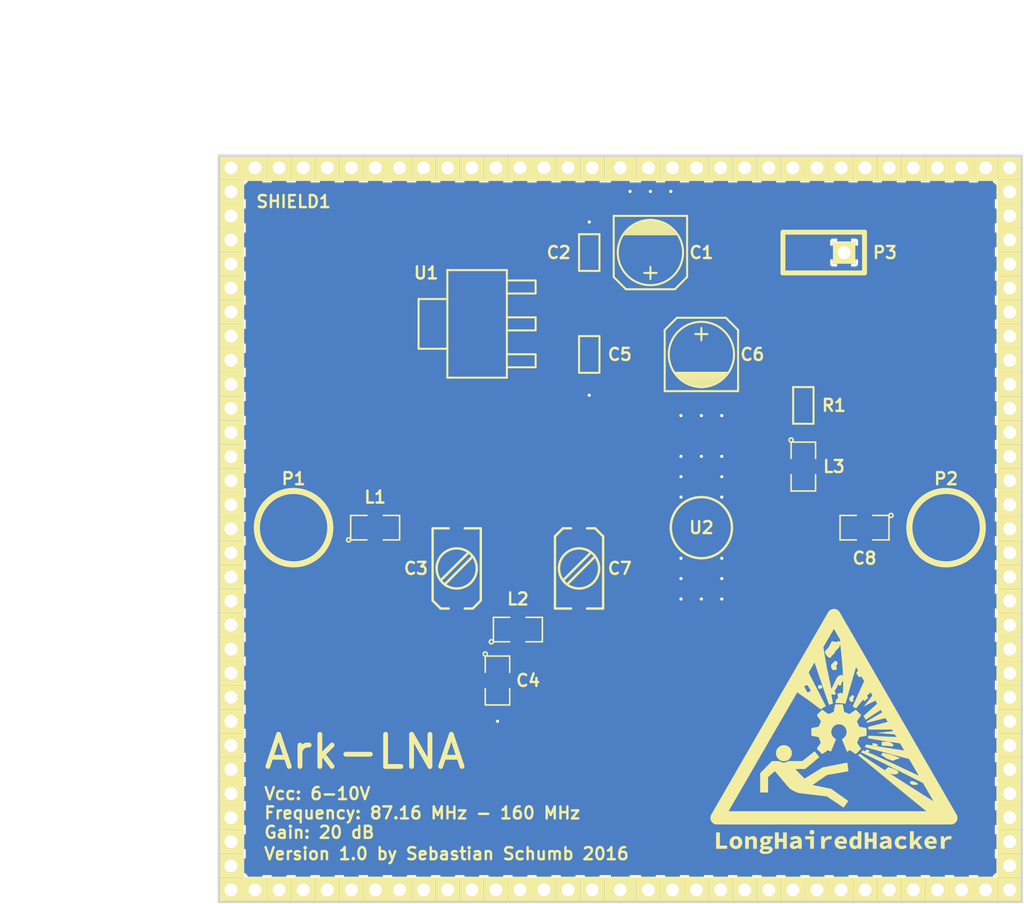
<source format=kicad_pcb>
(kicad_pcb (version 4) (host pcbnew "(2016-01-14 BZR 6468, Git f15af3a)-product")
  (layers (0 F.Cu signal) (31 B.Cu signal) (34 B.Paste user) (35 F.Paste user) (36 B.SilkS user) (37 F.SilkS user) (38 B.Mask user) (39 F.Mask user) (44 Edge.Cuts user))
  (net 0 "")
  (net 1 GND)
  (net 2 "Net-(C3-Pad2)")
  (net 3 "Net-(C3-Pad1)")
  (net 4 +5V)
  (net 5 "Net-(C7-Pad2)")
  (net 6 "Net-(C7-Pad1)")
  (net 7 "Net-(C8-Pad1)")
  (net 8 "Net-(C8-Pad2)")
  (net 9 "Net-(L1-Pad1)")
  (net 10 "Net-(L3-Pad1)")
  (net 11 "Net-(C1-Pad1)")
  (module smd_capacitors:c_elec_4x5.3 (layer F.Cu) (at 142.875 89.535 270)
    (fp_text reference C1 (at 0 -3.175 360) (layer F.SilkS) (effects (font (size 0.75 0.75))))
    (fp_text value 10uF hide)
    (pad 1 smd rect (at 1.80086 0 270) (size 2.60096 1.6002) (layers F.Cu F.Paste F.Mask) (net 11 "Net-(C1-Pad1)"))
    (pad 2 smd rect (at -1.80086 0 270) (size 2.60096 1.6002) (layers F.Cu F.Paste F.Mask) (net 1 GND))
  )
  (module libcms:SM0603 (layer F.Cu) (at 139.065 89.535 90)
    (fp_text reference C2 (at 0 -1.905 180) (layer F.SilkS) (effects (font (size 0.75 0.75))))
    (fp_text value 100nf hide)
    (pad 1 smd rect (at -0.762 0 90) (size 0.635 1.143) (layers F.Cu F.Paste F.Mask) (net 11 "Net-(C1-Pad1)"))
    (pad 2 smd rect (at 0.762 0 90) (size 0.635 1.143) (layers F.Cu F.Paste F.Mask) (net 1 GND))
  )
  (module misc:TZC3 (layer F.Cu) (at 130.81 109.22 90)
    (fp_text reference C3 (at 0 -2.54 180) (layer F.SilkS) (effects (font (size 0.75 0.75))))
    (fp_text value 3-10pfF hide)
    (pad 2 smd rect (at 2.25 0 90) (size 1.2 1) (layers F.Cu F.Paste F.Mask) (net 2 "Net-(C3-Pad2)"))
    (pad 1 smd rect (at -2.25 0 90) (size 1.2 1) (layers F.Cu F.Paste F.Mask) (net 3 "Net-(C3-Pad1)"))
  )
  (module libcms:SM0805 (layer F.Cu) (at 133.35 116.205 270)
    (fp_text reference C4 (at 0 -1.905 360) (layer F.SilkS) (effects (font (size 0.75 0.75))))
    (fp_text value 33pF hide)
    (pad 1 smd rect (at -0.9525 0 270) (size 0.889 1.397) (layers F.Cu F.Paste F.Mask) (net 3 "Net-(C3-Pad1)"))
    (pad 2 smd rect (at 0.9525 0 270) (size 0.889 1.397) (layers F.Cu F.Paste F.Mask) (net 1 GND))
  )
  (module libcms:SM0603 (layer F.Cu) (at 139.065 95.885 270)
    (fp_text reference C5 (at 0 -1.905 360) (layer F.SilkS) (effects (font (size 0.75 0.75))))
    (fp_text value 100nF hide)
    (pad 1 smd rect (at -0.762 0 270) (size 0.635 1.143) (layers F.Cu F.Paste F.Mask) (net 4 +5V))
    (pad 2 smd rect (at 0.762 0 270) (size 0.635 1.143) (layers F.Cu F.Paste F.Mask) (net 1 GND))
  )
  (module smd_capacitors:c_elec_4x5.3 (layer F.Cu) (at 146.05 95.885 90)
    (fp_text reference C6 (at 0 3.175 180) (layer F.SilkS) (effects (font (size 0.75 0.75))))
    (fp_text value 10uF hide)
    (pad 1 smd rect (at 1.80086 0 90) (size 2.60096 1.6002) (layers F.Cu F.Paste F.Mask) (net 4 +5V))
    (pad 2 smd rect (at -1.80086 0 90) (size 2.60096 1.6002) (layers F.Cu F.Paste F.Mask) (net 1 GND))
  )
  (module misc:TZC3 (layer F.Cu) (at 138.43 109.22 270)
    (fp_text reference C7 (at 0 -2.54 360) (layer F.SilkS) (effects (font (size 0.75 0.75))))
    (fp_text value 3-10pF hide)
    (pad 2 smd rect (at 2.25 0 270) (size 1.2 1) (layers F.Cu F.Paste F.Mask) (net 5 "Net-(C7-Pad2)"))
    (pad 1 smd rect (at -2.25 0 270) (size 1.2 1) (layers F.Cu F.Paste F.Mask) (net 6 "Net-(C7-Pad1)"))
  )
  (module libcms:SM0805 (layer F.Cu) (at 156.21 106.68 180)
    (fp_text reference C8 (at 0 -1.905 180) (layer F.SilkS) (effects (font (size 0.75 0.75))))
    (fp_text value 100pF hide)
    (pad 1 smd rect (at -0.9525 0 180) (size 0.889 1.397) (layers F.Cu F.Paste F.Mask) (net 7 "Net-(C8-Pad1)"))
    (pad 2 smd rect (at 0.9525 0 180) (size 0.889 1.397) (layers F.Cu F.Paste F.Mask) (net 8 "Net-(C8-Pad2)"))
  )
  (module libcms:SM0805 (layer F.Cu) (at 125.73 106.68)
    (fp_text reference L1 (at 0 -1.905) (layer F.SilkS) (effects (font (size 0.75 0.75))))
    (fp_text value 330nH hide)
    (pad 1 smd rect (at -0.9525 0) (size 0.889 1.397) (layers F.Cu F.Paste F.Mask) (net 9 "Net-(L1-Pad1)"))
    (pad 2 smd rect (at 0.9525 0) (size 0.889 1.397) (layers F.Cu F.Paste F.Mask) (net 2 "Net-(C3-Pad2)"))
  )
  (module libcms:SM0805 (layer F.Cu) (at 134.62 113.03)
    (fp_text reference L2 (at 0 -1.905) (layer F.SilkS) (effects (font (size 0.75 0.75))))
    (fp_text value 330nH hide)
    (pad 1 smd rect (at -0.9525 0) (size 0.889 1.397) (layers F.Cu F.Paste F.Mask) (net 3 "Net-(C3-Pad1)"))
    (pad 2 smd rect (at 0.9525 0) (size 0.889 1.397) (layers F.Cu F.Paste F.Mask) (net 5 "Net-(C7-Pad2)"))
  )
  (module libcms:SM0805 (layer F.Cu) (at 152.4 102.87 270)
    (fp_text reference L3 (at 0 -1.905 360) (layer F.SilkS) (effects (font (size 0.75 0.75))))
    (fp_text value 10uH hide)
    (pad 1 smd rect (at -0.9525 0 270) (size 0.889 1.397) (layers F.Cu F.Paste F.Mask) (net 10 "Net-(L3-Pad1)"))
    (pad 2 smd rect (at 0.9525 0 270) (size 0.889 1.397) (layers F.Cu F.Paste F.Mask) (net 8 "Net-(C8-Pad2)"))
  )
  (module libcms:SM0603 (layer F.Cu) (at 152.4 99.06 270)
    (fp_text reference R1 (at 0 -1.905 360) (layer F.SilkS) (effects (font (size 0.75 0.75))))
    (fp_text value 91 hide)
    (pad 1 smd rect (at -0.762 0 270) (size 0.635 1.143) (layers F.Cu F.Paste F.Mask) (net 4 +5V))
    (pad 2 smd rect (at 0.762 0 270) (size 0.635 1.143) (layers F.Cu F.Paste F.Mask) (net 10 "Net-(L3-Pad1)"))
  )
  (module misc:sot223 (layer F.Cu) (at 132.08 93.98 90)
    (fp_text reference U1 (at 3.175 -3.175 180) (layer F.SilkS) (effects (font (size 0.75 0.75))))
    (fp_text value LM1117-5 hide)
    (pad 1 smd rect (at -2.30124 2.99974 90) (size 1.30048 1.80086) (layers F.Cu F.Paste F.Mask) (net 1 GND))
    (pad 2 smd rect (at 0 2.99974 90) (size 1.30048 1.80086) (layers F.Cu F.Paste F.Mask) (net 4 +5V))
    (pad 3 smd rect (at 2.30124 2.99974 90) (size 1.30048 1.80086) (layers F.Cu F.Paste F.Mask) (net 11 "Net-(C1-Pad1)"))
    (pad 4 smd rect (at 0 -2.99974 90) (size 3.79984 1.80086) (layers F.Cu F.Paste F.Mask))
  )
  (module misc:VV105 (layer F.Cu) (at 146.05 106.68 270)
    (fp_text reference U2 (at 0 0 360) (layer F.SilkS) (effects (font (size 0.75 0.75))))
    (fp_text value MAR-6+ hide)
    (pad 1 smd rect (at 0 2.794 270) (size 1.1 2) (layers F.Cu F.Paste F.Mask) (net 6 "Net-(C7-Pad1)"))
    (pad 3 smd rect (at 0 -2.794 270) (size 1.1 2) (layers F.Cu F.Paste F.Mask) (net 8 "Net-(C8-Pad2)"))
    (pad 2 smd rect (at 2.794 0) (size 1.1 2) (layers F.Cu F.Paste F.Mask) (net 1 GND))
    (pad 4 smd rect (at -2.794 0) (size 1.1 2) (layers F.Cu F.Paste F.Mask) (net 1 GND))
  )
  (module connect:1pin (layer F.Cu) (at 120.65 106.68)
    (fp_text reference P1 (at 0 -3.048) (layer F.SilkS) (effects (font (size 0.75 0.75))))
    (fp_text value CONN_1 hide)
    (pad 1 smd circle (at 0 0) (size 2.5 2.5) (layers F.Cu F.Paste F.Mask) (net 9 "Net-(L1-Pad1)"))
  )
  (module connect:1pin (layer F.Cu) (at 161.29 106.68)
    (fp_text reference P2 (at 0 -3.048) (layer F.SilkS) (effects (font (size 0.75 0.75))))
    (fp_text value CONN_1 hide)
    (pad 1 smd circle (at 0 0) (size 2.5 2.5) (layers F.Cu F.Paste F.Mask) (net 7 "Net-(C8-Pad1)"))
  )
  (module connect:SIL-2 (layer F.Cu) (at 153.67 89.535 180)
    (fp_text reference P3 (at -3.81 0 180) (layer F.SilkS) (effects (font (size 0.75 0.75))))
    (fp_text value CONN_2 hide)
    (pad 1 thru_hole rect (at -1.27 0 180) (size 1.397 1.397) (drill 0.8128) (layers *.Cu *.Mask F.SilkS) (net 1 GND))
    (pad 2 smd circle (at 1.27 0 180) (size 1.397 1.397) (layers F.Cu F.Paste F.Mask) (net 11 "Net-(C1-Pad1)"))
  )
  (module misc:teko371 (layer F.Cu) (at 141 106.75)
    (fp_text reference SHIELD1 (at -20.35 -20.39) (layer F.SilkS) (effects (font (size 0.75 0.75))))
    (fp_text value CONN_1 hide)
    (pad 1 thru_hole rect (at 22.75 -22.5) (size 1.5 1.5) (drill 0.8) (layers *.Cu *.Mask F.SilkS) (net 1 GND))
    (pad 1 thru_hole rect (at 21.25 -22.5) (size 1.5 1.5) (drill 0.8) (layers *.Cu *.Mask F.SilkS) (net 1 GND))
    (pad 1 thru_hole rect (at 19.75 -22.5) (size 1.5 1.5) (drill 0.8) (layers *.Cu *.Mask F.SilkS) (net 1 GND))
    (pad 1 thru_hole rect (at 18.25 -22.5) (size 1.5 1.5) (drill 0.8) (layers *.Cu *.Mask F.SilkS) (net 1 GND))
    (pad 1 thru_hole rect (at 16.75 -22.5) (size 1.5 1.5) (drill 0.8) (layers *.Cu *.Mask F.SilkS) (net 1 GND))
    (pad 1 thru_hole rect (at 15.25 -22.5) (size 1.5 1.5) (drill 0.8) (layers *.Cu *.Mask F.SilkS) (net 1 GND))
    (pad 1 thru_hole rect (at 13.75 -22.5) (size 1.5 1.5) (drill 0.8) (layers *.Cu *.Mask F.SilkS) (net 1 GND))
    (pad 1 thru_hole rect (at 12.25 -22.5) (size 1.5 1.5) (drill 0.8) (layers *.Cu *.Mask F.SilkS) (net 1 GND))
    (pad 1 thru_hole rect (at 10.75 -22.5) (size 1.5 1.5) (drill 0.8) (layers *.Cu *.Mask F.SilkS) (net 1 GND))
    (pad 1 thru_hole rect (at 9.25 -22.5) (size 1.5 1.5) (drill 0.8) (layers *.Cu *.Mask F.SilkS) (net 1 GND))
    (pad 1 thru_hole rect (at 7.75 -22.5) (size 1.5 1.5) (drill 0.8) (layers *.Cu *.Mask F.SilkS) (net 1 GND))
    (pad 1 thru_hole rect (at 6.25 -22.5) (size 1.5 1.5) (drill 0.8) (layers *.Cu *.Mask F.SilkS) (net 1 GND))
    (pad 1 thru_hole rect (at 4.75 -22.5) (size 1.5 1.5) (drill 0.8) (layers *.Cu *.Mask F.SilkS) (net 1 GND))
    (pad 1 thru_hole rect (at 3.25 -22.5) (size 1.5 1.5) (drill 0.8) (layers *.Cu *.Mask F.SilkS) (net 1 GND))
    (pad 1 thru_hole rect (at 1.75 -22.5) (size 1.5 1.5) (drill 0.8) (layers *.Cu *.Mask F.SilkS) (net 1 GND))
    (pad 1 thru_hole rect (at -22.75 -22.5) (size 1.5 1.5) (drill 0.8) (layers *.Cu *.Mask F.SilkS) (net 1 GND))
    (pad 1 thru_hole rect (at -21.25 -22.5) (size 1.5 1.5) (drill 0.8) (layers *.Cu *.Mask F.SilkS) (net 1 GND))
    (pad 1 thru_hole rect (at -19.75 -22.5) (size 1.5 1.5) (drill 0.8) (layers *.Cu *.Mask F.SilkS) (net 1 GND))
    (pad 1 thru_hole rect (at -18.25 -22.5) (size 1.5 1.5) (drill 0.8) (layers *.Cu *.Mask F.SilkS) (net 1 GND))
    (pad 1 thru_hole rect (at -16.75 -22.5) (size 1.5 1.5) (drill 0.8) (layers *.Cu *.Mask F.SilkS) (net 1 GND))
    (pad 1 thru_hole rect (at -15.25 -22.5) (size 1.5 1.5) (drill 0.8) (layers *.Cu *.Mask F.SilkS) (net 1 GND))
    (pad 1 thru_hole rect (at -13.75 -22.5) (size 1.5 1.5) (drill 0.8) (layers *.Cu *.Mask F.SilkS) (net 1 GND))
    (pad 1 thru_hole rect (at -12.25 -22.5) (size 1.5 1.5) (drill 0.8) (layers *.Cu *.Mask F.SilkS) (net 1 GND))
    (pad 1 thru_hole rect (at -10.75 -22.5) (size 1.5 1.5) (drill 0.8) (layers *.Cu *.Mask F.SilkS) (net 1 GND))
    (pad 1 thru_hole rect (at -9.25 -22.5) (size 1.5 1.5) (drill 0.8) (layers *.Cu *.Mask F.SilkS) (net 1 GND))
    (pad 1 thru_hole rect (at -7.75 -22.5) (size 1.5 1.5) (drill 0.8) (layers *.Cu *.Mask F.SilkS) (net 1 GND))
    (pad 1 thru_hole rect (at -6.25 -22.5) (size 1.5 1.5) (drill 0.8) (layers *.Cu *.Mask F.SilkS) (net 1 GND))
    (pad 1 thru_hole rect (at -4.75 -22.5) (size 1.5 1.5) (drill 0.8) (layers *.Cu *.Mask F.SilkS) (net 1 GND))
    (pad 1 thru_hole rect (at -3.25 -22.5) (size 1.5 1.5) (drill 0.8) (layers *.Cu *.Mask F.SilkS) (net 1 GND))
    (pad 1 thru_hole rect (at -1.75 -22.5) (size 1.5 1.5) (drill 0.8) (layers *.Cu *.Mask F.SilkS) (net 1 GND))
    (pad 1 thru_hole rect (at 0 -22.5) (size 2 1.5) (drill 0.8) (layers *.Cu *.Mask F.SilkS) (net 1 GND))
    (pad 1 thru_hole rect (at 24.25 22.5) (size 1.5 1.5) (drill 0.8) (layers *.Cu *.Mask F.SilkS) (net 1 GND))
    (pad 1 thru_hole rect (at 24.25 21) (size 1.5 1.5) (drill 0.8) (layers *.Cu *.Mask F.SilkS) (net 1 GND))
    (pad 1 thru_hole rect (at 24.25 19.5) (size 1.5 1.5) (drill 0.8) (layers *.Cu *.Mask F.SilkS) (net 1 GND))
    (pad 1 thru_hole rect (at 24.25 18) (size 1.5 1.5) (drill 0.8) (layers *.Cu *.Mask F.SilkS) (net 1 GND))
    (pad 1 thru_hole rect (at 24.25 16.5) (size 1.5 1.5) (drill 0.8) (layers *.Cu *.Mask F.SilkS) (net 1 GND))
    (pad 1 thru_hole rect (at 24.25 15) (size 1.5 1.5) (drill 0.8) (layers *.Cu *.Mask F.SilkS) (net 1 GND))
    (pad 1 thru_hole rect (at 24.25 13.5) (size 1.5 1.5) (drill 0.8) (layers *.Cu *.Mask F.SilkS) (net 1 GND))
    (pad 1 thru_hole rect (at 24.25 12) (size 1.5 1.5) (drill 0.8) (layers *.Cu *.Mask F.SilkS) (net 1 GND))
    (pad 1 thru_hole rect (at 24.25 10.5) (size 1.5 1.5) (drill 0.8) (layers *.Cu *.Mask F.SilkS) (net 1 GND))
    (pad 1 thru_hole rect (at 24.25 9) (size 1.5 1.5) (drill 0.8) (layers *.Cu *.Mask F.SilkS) (net 1 GND))
    (pad 1 thru_hole rect (at 24.25 7.5) (size 1.5 1.5) (drill 0.8) (layers *.Cu *.Mask F.SilkS) (net 1 GND))
    (pad 1 thru_hole rect (at 24.25 6) (size 1.5 1.5) (drill 0.8) (layers *.Cu *.Mask F.SilkS) (net 1 GND))
    (pad 1 thru_hole rect (at 24.25 4.5) (size 1.5 1.5) (drill 0.8) (layers *.Cu *.Mask F.SilkS) (net 1 GND))
    (pad 1 thru_hole rect (at 24.25 3) (size 1.5 1.5) (drill 0.8) (layers *.Cu *.Mask F.SilkS) (net 1 GND))
    (pad 1 thru_hole rect (at 24.25 1.5) (size 1.5 1.5) (drill 0.8) (layers *.Cu *.Mask F.SilkS) (net 1 GND))
    (pad 1 thru_hole rect (at 24.25 0) (size 1.5 1.5) (drill 0.8) (layers *.Cu *.Mask F.SilkS) (net 1 GND))
    (pad 1 thru_hole rect (at 24.25 -1.5) (size 1.5 1.5) (drill 0.8) (layers *.Cu *.Mask F.SilkS) (net 1 GND))
    (pad 1 thru_hole rect (at 24.25 -3) (size 1.5 1.5) (drill 0.8) (layers *.Cu *.Mask F.SilkS) (net 1 GND))
    (pad 1 thru_hole rect (at 24.25 -4.5) (size 1.5 1.5) (drill 0.8) (layers *.Cu *.Mask F.SilkS) (net 1 GND))
    (pad 1 thru_hole rect (at 24.25 -6) (size 1.5 1.5) (drill 0.8) (layers *.Cu *.Mask F.SilkS) (net 1 GND))
    (pad 1 thru_hole rect (at 24.25 -7.5) (size 1.5 1.5) (drill 0.8) (layers *.Cu *.Mask F.SilkS) (net 1 GND))
    (pad 1 thru_hole rect (at 24.25 -9) (size 1.5 1.5) (drill 0.8) (layers *.Cu *.Mask F.SilkS) (net 1 GND))
    (pad 1 thru_hole rect (at 24.25 -10.5) (size 1.5 1.5) (drill 0.8) (layers *.Cu *.Mask F.SilkS) (net 1 GND))
    (pad 1 thru_hole rect (at 24.25 -12) (size 1.5 1.5) (drill 0.8) (layers *.Cu *.Mask F.SilkS) (net 1 GND))
    (pad 1 thru_hole rect (at 24.25 -13.5) (size 1.5 1.5) (drill 0.8) (layers *.Cu *.Mask F.SilkS) (net 1 GND))
    (pad 1 thru_hole rect (at 24.25 -15) (size 1.5 1.5) (drill 0.8) (layers *.Cu *.Mask F.SilkS) (net 1 GND))
    (pad 1 thru_hole rect (at 24.25 -16.5) (size 1.5 1.5) (drill 0.8) (layers *.Cu *.Mask F.SilkS) (net 1 GND))
    (pad 1 thru_hole rect (at 24.25 -18) (size 1.5 1.5) (drill 0.8) (layers *.Cu *.Mask F.SilkS) (net 1 GND))
    (pad 1 thru_hole rect (at 24.25 -19.5) (size 1.5 1.5) (drill 0.8) (layers *.Cu *.Mask F.SilkS) (net 1 GND))
    (pad 1 thru_hole rect (at 24.25 -21) (size 1.5 1.5) (drill 0.8) (layers *.Cu *.Mask F.SilkS) (net 1 GND))
    (pad 1 thru_hole rect (at 24.25 -22.5) (size 1.5 1.5) (drill 0.8) (layers *.Cu *.Mask F.SilkS) (net 1 GND))
    (pad 1 thru_hole rect (at -24.25 -22.5) (size 1.5 1.5) (drill 0.8) (layers *.Cu *.Mask F.SilkS) (net 1 GND))
    (pad 1 thru_hole rect (at -24.25 -21) (size 1.5 1.5) (drill 0.8) (layers *.Cu *.Mask F.SilkS) (net 1 GND))
    (pad 1 thru_hole rect (at -24.25 -19.5) (size 1.5 1.5) (drill 0.8) (layers *.Cu *.Mask F.SilkS) (net 1 GND))
    (pad 1 thru_hole rect (at -24.25 -18) (size 1.5 1.5) (drill 0.8) (layers *.Cu *.Mask F.SilkS) (net 1 GND))
    (pad 1 thru_hole rect (at -24.25 -16.5) (size 1.5 1.5) (drill 0.8) (layers *.Cu *.Mask F.SilkS) (net 1 GND))
    (pad 1 thru_hole rect (at -24.25 -15) (size 1.5 1.5) (drill 0.8) (layers *.Cu *.Mask F.SilkS) (net 1 GND))
    (pad 1 thru_hole rect (at -24.25 -13.5) (size 1.5 1.5) (drill 0.8) (layers *.Cu *.Mask F.SilkS) (net 1 GND))
    (pad 1 thru_hole rect (at -24.25 -12) (size 1.5 1.5) (drill 0.8) (layers *.Cu *.Mask F.SilkS) (net 1 GND))
    (pad 1 thru_hole rect (at -24.25 -10.5) (size 1.5 1.5) (drill 0.8) (layers *.Cu *.Mask F.SilkS) (net 1 GND))
    (pad 1 thru_hole rect (at -24.25 -9) (size 1.5 1.5) (drill 0.8) (layers *.Cu *.Mask F.SilkS) (net 1 GND))
    (pad 1 thru_hole rect (at -24.25 -7.5) (size 1.5 1.5) (drill 0.8) (layers *.Cu *.Mask F.SilkS) (net 1 GND))
    (pad 1 thru_hole rect (at -24.25 -6) (size 1.5 1.5) (drill 0.8) (layers *.Cu *.Mask F.SilkS) (net 1 GND))
    (pad 1 thru_hole rect (at -24.25 -4.5) (size 1.5 1.5) (drill 0.8) (layers *.Cu *.Mask F.SilkS) (net 1 GND))
    (pad 1 thru_hole rect (at -24.25 -3) (size 1.5 1.5) (drill 0.8) (layers *.Cu *.Mask F.SilkS) (net 1 GND))
    (pad 1 thru_hole rect (at -24.25 -1.5) (size 1.5 1.5) (drill 0.8) (layers *.Cu *.Mask F.SilkS) (net 1 GND))
    (pad 1 thru_hole rect (at -24.25 0) (size 1.5 1.5) (drill 0.8) (layers *.Cu *.Mask F.SilkS) (net 1 GND))
    (pad 1 thru_hole rect (at -24.25 1.5) (size 1.5 1.5) (drill 0.8) (layers *.Cu *.Mask F.SilkS) (net 1 GND))
    (pad 1 thru_hole rect (at -24.25 3) (size 1.5 1.5) (drill 0.8) (layers *.Cu *.Mask F.SilkS) (net 1 GND))
    (pad 1 thru_hole rect (at -24.25 4.5) (size 1.5 1.5) (drill 0.8) (layers *.Cu *.Mask F.SilkS) (net 1 GND))
    (pad 1 thru_hole rect (at -24.25 6) (size 1.5 1.5) (drill 0.8) (layers *.Cu *.Mask F.SilkS) (net 1 GND))
    (pad 1 thru_hole rect (at -24.25 7.5) (size 1.5 1.5) (drill 0.8) (layers *.Cu *.Mask F.SilkS) (net 1 GND))
    (pad 1 thru_hole rect (at -24.25 9) (size 1.5 1.5) (drill 0.8) (layers *.Cu *.Mask F.SilkS) (net 1 GND))
    (pad 1 thru_hole rect (at -24.25 10.5) (size 1.5 1.5) (drill 0.8) (layers *.Cu *.Mask F.SilkS) (net 1 GND))
    (pad 1 thru_hole rect (at -24.25 12) (size 1.5 1.5) (drill 0.8) (layers *.Cu *.Mask F.SilkS) (net 1 GND))
    (pad 1 thru_hole rect (at -24.25 13.5) (size 1.5 1.5) (drill 0.8) (layers *.Cu *.Mask F.SilkS) (net 1 GND))
    (pad 1 thru_hole rect (at -24.25 15) (size 1.5 1.5) (drill 0.8) (layers *.Cu *.Mask F.SilkS) (net 1 GND))
    (pad 1 thru_hole rect (at -24.25 16.5) (size 1.5 1.5) (drill 0.8) (layers *.Cu *.Mask F.SilkS) (net 1 GND))
    (pad 1 thru_hole rect (at -24.25 18) (size 1.5 1.5) (drill 0.8) (layers *.Cu *.Mask F.SilkS) (net 1 GND))
    (pad 1 thru_hole rect (at -24.25 19.5) (size 1.5 1.5) (drill 0.8) (layers *.Cu *.Mask F.SilkS) (net 1 GND))
    (pad 1 thru_hole rect (at -24.25 21) (size 1.5 1.5) (drill 0.8) (layers *.Cu *.Mask F.SilkS) (net 1 GND))
    (pad 1 thru_hole rect (at -24.25 22.5) (size 1.5 1.5) (drill 0.8) (layers *.Cu *.Mask F.SilkS) (net 1 GND))
    (pad 1 thru_hole rect (at 0 22.5) (size 2 1.5) (drill 0.8) (layers *.Cu *.Mask F.SilkS) (net 1 GND))
    (pad 1 thru_hole rect (at -1.75 22.5) (size 1.5 1.5) (drill 0.8) (layers *.Cu *.Mask F.SilkS) (net 1 GND))
    (pad 1 thru_hole rect (at -3.25 22.5) (size 1.5 1.5) (drill 0.8) (layers *.Cu *.Mask F.SilkS) (net 1 GND))
    (pad 1 thru_hole rect (at -4.75 22.5) (size 1.5 1.5) (drill 0.8) (layers *.Cu *.Mask F.SilkS) (net 1 GND))
    (pad 1 thru_hole rect (at -6.25 22.5) (size 1.5 1.5) (drill 0.8) (layers *.Cu *.Mask F.SilkS) (net 1 GND))
    (pad 1 thru_hole rect (at -7.75 22.5) (size 1.5 1.5) (drill 0.8) (layers *.Cu *.Mask F.SilkS) (net 1 GND))
    (pad 1 thru_hole rect (at -9.25 22.5) (size 1.5 1.5) (drill 0.8) (layers *.Cu *.Mask F.SilkS) (net 1 GND))
    (pad 1 thru_hole rect (at -10.75 22.5) (size 1.5 1.5) (drill 0.8) (layers *.Cu *.Mask F.SilkS) (net 1 GND))
    (pad 1 thru_hole rect (at -12.25 22.5) (size 1.5 1.5) (drill 0.8) (layers *.Cu *.Mask F.SilkS) (net 1 GND))
    (pad 1 thru_hole rect (at -13.75 22.5) (size 1.5 1.5) (drill 0.8) (layers *.Cu *.Mask F.SilkS) (net 1 GND))
    (pad 1 thru_hole rect (at -15.25 22.5) (size 1.5 1.5) (drill 0.8) (layers *.Cu *.Mask F.SilkS) (net 1 GND))
    (pad 1 thru_hole rect (at -16.75 22.5) (size 1.5 1.5) (drill 0.8) (layers *.Cu *.Mask F.SilkS) (net 1 GND))
    (pad 1 thru_hole rect (at -18.25 22.5) (size 1.5 1.5) (drill 0.8) (layers *.Cu *.Mask F.SilkS) (net 1 GND))
    (pad 1 thru_hole rect (at -19.75 22.5) (size 1.5 1.5) (drill 0.8) (layers *.Cu *.Mask F.SilkS) (net 1 GND))
    (pad 1 thru_hole rect (at -21.25 22.5) (size 1.5 1.5) (drill 0.8) (layers *.Cu *.Mask F.SilkS) (net 1 GND))
    (pad 1 thru_hole rect (at -22.75 22.5) (size 1.5 1.5) (drill 0.8) (layers *.Cu *.Mask F.SilkS) (net 1 GND))
    (pad 1 thru_hole rect (at 1.75 22.5) (size 1.5 1.5) (drill 0.8) (layers *.Cu *.Mask F.SilkS) (net 1 GND))
    (pad 1 thru_hole rect (at 3.25 22.5) (size 1.5 1.5) (drill 0.8) (layers *.Cu *.Mask F.SilkS) (net 1 GND))
    (pad 1 thru_hole rect (at 4.75 22.5) (size 1.5 1.5) (drill 0.8) (layers *.Cu *.Mask F.SilkS) (net 1 GND))
    (pad 1 thru_hole rect (at 6.25 22.5) (size 1.5 1.5) (drill 0.8) (layers *.Cu *.Mask F.SilkS) (net 1 GND))
    (pad 1 thru_hole rect (at 7.75 22.5) (size 1.5 1.5) (drill 0.8) (layers *.Cu *.Mask F.SilkS) (net 1 GND))
    (pad 1 thru_hole rect (at 9.25 22.5) (size 1.5 1.5) (drill 0.8) (layers *.Cu *.Mask F.SilkS) (net 1 GND))
    (pad 1 thru_hole rect (at 10.75 22.5) (size 1.5 1.5) (drill 0.8) (layers *.Cu *.Mask F.SilkS) (net 1 GND))
    (pad 1 thru_hole rect (at 12.25 22.5) (size 1.5 1.5) (drill 0.8) (layers *.Cu *.Mask F.SilkS) (net 1 GND))
    (pad 1 thru_hole rect (at 13.75 22.5) (size 1.5 1.5) (drill 0.8) (layers *.Cu *.Mask F.SilkS) (net 1 GND))
    (pad 1 thru_hole rect (at 15.25 22.5) (size 1.5 1.5) (drill 0.8) (layers *.Cu *.Mask F.SilkS) (net 1 GND))
    (pad 1 thru_hole rect (at 16.75 22.5) (size 1.5 1.5) (drill 0.8) (layers *.Cu *.Mask F.SilkS) (net 1 GND))
    (pad 1 thru_hole rect (at 18.25 22.5) (size 1.5 1.5) (drill 0.8) (layers *.Cu *.Mask F.SilkS) (net 1 GND))
    (pad 1 thru_hole rect (at 19.75 22.5) (size 1.5 1.5) (drill 0.8) (layers *.Cu *.Mask F.SilkS) (net 1 GND))
    (pad 1 thru_hole rect (at 21.25 22.5) (size 1.5 1.5) (drill 0.8) (layers *.Cu *.Mask F.SilkS) (net 1 GND))
    (pad 1 thru_hole rect (at 22.75 22.5) (size 1.5 1.5) (drill 0.8) (layers *.Cu *.Mask F.SilkS) (net 1 GND))
  )
  (module misc:logo (layer F.Cu) (at 154.305 119.38)
    (fp_text reference G*** hide)
    (fp_text value LOGO hide)
  )
  (gr_text "Vcc: 6-10V\nFrequency: 87.16 MHz - 160 MHz\nGain: 20 dB" (at 118.745 124.46) (layer F.SilkS) (effects (font (size 0.75 0.75)) (justify left)))
  (gr_text "Version 1.0 by Sebastian Schumb 2016" (at 130.175 127) (layer F.SilkS) (effects (font (size 0.75 0.75))))
  (gr_text Ark-LNA (at 125.095 120.65) (layer F.SilkS) (effects (font (size 2 2) (thickness 0.3))))
  (gr_line (start 116 130) (end 116 83.5) (angle 90) (layer Edge.Cuts) (width 0.15))
  (gr_line (start 166 130) (end 116 130) (angle 90) (layer Edge.Cuts) (width 0.15))
  (gr_line (start 166 83.5) (end 166 130) (angle 90) (layer Edge.Cuts) (width 0.15))
  (gr_line (start 116 83.5) (end 166 83.5) (angle 90) (layer Edge.Cuts) (width 0.15))
  (segment (start 133.35 117.1575) (end 133.35 118.745) (width 1) (layer F.Cu) (net 1))
  (via (at 133.35 118.745) (size 0.6) (drill 0.2) (layers F.Cu B.Cu) (net 1))
  (segment (start 142.875 85.725) (end 141.605 85.725) (width 1) (layer F.Cu) (net 1))
  (via (at 141.605 85.725) (size 0.6) (drill 0.2) (layers F.Cu B.Cu) (net 1))
  (segment (start 142.875 85.725) (end 144.145 85.725) (width 1) (layer F.Cu) (net 1))
  (via (at 144.145 85.725) (size 0.6) (drill 0.2) (layers F.Cu B.Cu) (net 1))
  (segment (start 146.05 99.695) (end 147.32 99.695) (width 1) (layer F.Cu) (net 1))
  (via (at 147.32 99.695) (size 0.6) (drill 0.2) (layers F.Cu B.Cu) (net 1))
  (segment (start 146.05 99.695) (end 144.78 99.695) (width 1) (layer F.Cu) (net 1))
  (via (at 144.78 99.695) (size 0.6) (drill 0.2) (layers F.Cu B.Cu) (net 1))
  (segment (start 146.05 109.474) (end 145.161 109.474) (width 1) (layer F.Cu) (net 1))
  (segment (start 145.161 109.474) (end 144.78 109.855) (width 1) (layer F.Cu) (net 1))
  (segment (start 144.78 109.855) (end 144.78 108.585) (width 1) (layer F.Cu) (net 1))
  (via (at 144.78 108.585) (size 0.6) (drill 0.2) (layers F.Cu B.Cu) (net 1))
  (segment (start 144.78 111.125) (end 144.78 109.855) (width 1) (layer F.Cu) (net 1))
  (via (at 144.78 109.855) (size 0.6) (drill 0.2) (layers F.Cu B.Cu) (net 1))
  (segment (start 146.05 111.125) (end 144.78 111.125) (width 1) (layer F.Cu) (net 1))
  (via (at 144.78 111.125) (size 0.6) (drill 0.2) (layers F.Cu B.Cu) (net 1))
  (via (at 146.05 111.125) (size 0.6) (drill 0.2) (layers F.Cu B.Cu) (net 1))
  (segment (start 146.05 109.474) (end 146.939 109.474) (width 1) (layer F.Cu) (net 1))
  (segment (start 146.939 109.474) (end 147.32 109.855) (width 1) (layer F.Cu) (net 1))
  (segment (start 147.32 109.855) (end 147.32 108.585) (width 1) (layer F.Cu) (net 1))
  (via (at 147.32 108.585) (size 0.6) (drill 0.2) (layers F.Cu B.Cu) (net 1))
  (segment (start 147.32 111.125) (end 147.32 109.855) (width 1) (layer F.Cu) (net 1))
  (via (at 147.32 109.855) (size 0.6) (drill 0.2) (layers F.Cu B.Cu) (net 1))
  (segment (start 146.05 111.125) (end 147.32 111.125) (width 1) (layer F.Cu) (net 1))
  (via (at 147.32 111.125) (size 0.6) (drill 0.2) (layers F.Cu B.Cu) (net 1))
  (segment (start 146.05 109.474) (end 146.05 111.125) (width 1) (layer F.Cu) (net 1))
  (segment (start 142.875 87.73414) (end 142.875 85.725) (width 1) (layer F.Cu) (net 1))
  (via (at 142.875 85.725) (size 0.6) (drill 0.2) (layers F.Cu B.Cu) (net 1))
  (segment (start 146.05 103.886) (end 145.161 103.886) (width 1) (layer F.Cu) (net 1))
  (segment (start 145.161 103.886) (end 144.78 103.505) (width 1) (layer F.Cu) (net 1))
  (segment (start 144.78 103.505) (end 144.78 104.775) (width 1) (layer F.Cu) (net 1))
  (via (at 144.78 104.775) (size 0.6) (drill 0.2) (layers F.Cu B.Cu) (net 1))
  (segment (start 144.78 102.235) (end 144.78 103.505) (width 1) (layer F.Cu) (net 1))
  (via (at 144.78 103.505) (size 0.6) (drill 0.2) (layers F.Cu B.Cu) (net 1))
  (segment (start 146.05 102.235) (end 144.78 102.235) (width 1) (layer F.Cu) (net 1))
  (via (at 144.78 102.235) (size 0.6) (drill 0.2) (layers F.Cu B.Cu) (net 1))
  (segment (start 146.05 103.886) (end 146.939 103.886) (width 1) (layer F.Cu) (net 1))
  (segment (start 146.939 103.886) (end 147.32 103.505) (width 1) (layer F.Cu) (net 1))
  (segment (start 147.32 103.505) (end 147.32 104.775) (width 1) (layer F.Cu) (net 1))
  (via (at 147.32 104.775) (size 0.6) (drill 0.2) (layers F.Cu B.Cu) (net 1))
  (segment (start 147.32 102.235) (end 147.32 103.505) (width 1) (layer F.Cu) (net 1))
  (via (at 147.32 103.505) (size 0.6) (drill 0.2) (layers F.Cu B.Cu) (net 1))
  (segment (start 146.05 102.235) (end 147.32 102.235) (width 1) (layer F.Cu) (net 1))
  (via (at 147.32 102.235) (size 0.6) (drill 0.2) (layers F.Cu B.Cu) (net 1))
  (segment (start 146.05 103.886) (end 146.05 102.235) (width 1) (layer F.Cu) (net 1))
  (via (at 146.05 102.235) (size 0.6) (drill 0.2) (layers F.Cu B.Cu) (net 1))
  (via (at 146.05 99.695) (size 0.6) (drill 0.2) (layers F.Cu B.Cu) (net 1))
  (segment (start 146.05 97.68586) (end 146.05 99.695) (width 1) (layer F.Cu) (net 1))
  (segment (start 139.065 97.155) (end 137.16 97.155) (width 1) (layer F.Cu) (net 1))
  (segment (start 137.16 97.155) (end 136.28624 96.28124) (width 1) (layer F.Cu) (net 1))
  (segment (start 136.28624 96.28124) (end 135.07974 96.28124) (width 1) (layer F.Cu) (net 1))
  (segment (start 139.065 96.647) (end 139.065 97.155) (width 1) (layer F.Cu) (net 1))
  (segment (start 139.065 97.155) (end 139.065 98.425) (width 1) (layer F.Cu) (net 1))
  (via (at 139.065 98.425) (size 0.6) (drill 0.2) (layers F.Cu B.Cu) (net 1))
  (segment (start 139.065 88.773) (end 139.065 87.63) (width 1) (layer F.Cu) (net 1))
  (via (at 139.065 87.63) (size 0.6) (drill 0.2) (layers F.Cu B.Cu) (net 1))
  (segment (start 127.635 106.68) (end 130.52 106.68) (width 2.18) (layer F.Cu) (net 2))
  (segment (start 126.6825 106.68) (end 127.635 106.68) (width 1) (layer F.Cu) (net 2))
  (segment (start 130.52 106.68) (end 130.81 106.97) (width 2.18) (layer F.Cu) (net 2))
  (segment (start 130.52 106.68) (end 130.81 106.97) (width 0.5) (layer F.Cu) (net 2))
  (segment (start 130.52 106.68) (end 130.81 106.97) (width 0.25) (layer F.Cu) (net 2))
  (segment (start 133.35 115.2525) (end 133.35 113.3475) (width 1) (layer F.Cu) (net 3))
  (segment (start 133.35 113.3475) (end 133.6675 113.03) (width 1) (layer F.Cu) (net 3))
  (segment (start 133.6675 113.03) (end 132.715 113.03) (width 1) (layer F.Cu) (net 3))
  (segment (start 130.81 112.395) (end 131.445 113.03) (width 2.18) (layer F.Cu) (net 3))
  (segment (start 131.445 113.03) (end 132.715 113.03) (width 2.18) (layer F.Cu) (net 3))
  (segment (start 130.81 112.395) (end 130.81 111.47) (width 2.18) (layer F.Cu) (net 3))
  (segment (start 131.1 111.76) (end 130.81 111.47) (width 0.5) (layer F.Cu) (net 3))
  (segment (start 131.1 111.76) (end 130.81 111.47) (width 0.25) (layer F.Cu) (net 3))
  (segment (start 146.05 94.08414) (end 150.59914 94.08414) (width 1) (layer F.Cu) (net 4))
  (segment (start 150.59914 94.08414) (end 152.4 95.885) (width 1) (layer F.Cu) (net 4))
  (segment (start 152.4 95.885) (end 152.4 98.298) (width 1) (layer F.Cu) (net 4))
  (segment (start 139.065 93.98) (end 145.94586 93.98) (width 1) (layer F.Cu) (net 4))
  (segment (start 145.94586 93.98) (end 146.05 94.08414) (width 1) (layer F.Cu) (net 4))
  (segment (start 139.065 93.98) (end 139.065 95.123) (width 1) (layer F.Cu) (net 4))
  (segment (start 135.07974 93.98) (end 139.065 93.98) (width 1) (layer F.Cu) (net 4))
  (segment (start 135.5725 113.03) (end 136.525 113.03) (width 1) (layer F.Cu) (net 5))
  (segment (start 138.43 112.395) (end 137.795 113.03) (width 2.18) (layer F.Cu) (net 5))
  (segment (start 137.795 113.03) (end 136.525 113.03) (width 2.18) (layer F.Cu) (net 5))
  (segment (start 138.43 112.395) (end 138.43 111.47) (width 2.18) (layer F.Cu) (net 5))
  (segment (start 141.605 106.68) (end 138.72 106.68) (width 2.18) (layer F.Cu) (net 6))
  (segment (start 138.72 106.68) (end 138.43 106.97) (width 2.18) (layer F.Cu) (net 6))
  (segment (start 143.256 106.68) (end 141.605 106.68) (width 1) (layer F.Cu) (net 6))
  (segment (start 138.72 106.68) (end 138.43 106.97) (width 0.25) (layer F.Cu) (net 6))
  (segment (start 158.115 106.68) (end 161.29 106.68) (width 2.18) (layer F.Cu) (net 7))
  (segment (start 157.1625 106.68) (end 158.115 106.68) (width 1) (layer F.Cu) (net 7))
  (segment (start 148.844 106.68) (end 150.495 106.68) (width 1) (layer F.Cu) (net 8))
  (segment (start 152.4 103.8225) (end 152.4 106.68) (width 1) (layer F.Cu) (net 8))
  (segment (start 152.4 106.68) (end 152.4 107.315) (width 1) (layer F.Cu) (net 8))
  (segment (start 152.4 107.315) (end 152.4 106.68) (width 1) (layer F.Cu) (net 8))
  (segment (start 150.495 106.68) (end 152.4 106.68) (width 2.18) (layer F.Cu) (net 8))
  (segment (start 152.4 106.68) (end 154.305 106.68) (width 2.18) (layer F.Cu) (net 8))
  (segment (start 155.2575 106.68) (end 154.94 106.68) (width 1) (layer F.Cu) (net 8))
  (segment (start 123.825 106.68) (end 120.65 106.68) (width 2.18) (layer F.Cu) (net 9))
  (segment (start 124.7775 106.68) (end 123.825 106.68) (width 1) (layer F.Cu) (net 9))
  (segment (start 152.4 101.9175) (end 152.4 99.822) (width 1) (layer F.Cu) (net 10))
  (segment (start 140.97 91.67876) (end 150.25624 91.67876) (width 1) (layer F.Cu) (net 11))
  (segment (start 150.25624 91.67876) (end 152.4 89.535) (width 1) (layer F.Cu) (net 11))
  (segment (start 139.065 90.297) (end 139.065 91.67876) (width 1) (layer F.Cu) (net 11))
  (segment (start 139.065 91.67876) (end 139.065 91.44) (width 1) (layer F.Cu) (net 11))
  (segment (start 139.065 91.44) (end 139.065 91.67876) (width 1) (layer F.Cu) (net 11))
  (segment (start 135.07974 91.67876) (end 139.065 91.67876) (width 1) (layer F.Cu) (net 11))
  (segment (start 139.065 91.67876) (end 140.97 91.67876) (width 1) (layer F.Cu) (net 11))
  (segment (start 140.97 91.67876) (end 142.5321 91.67876) (width 1) (layer F.Cu) (net 11))
  (segment (start 142.5321 91.67876) (end 142.875 91.33586) (width 1) (layer F.Cu) (net 11))
  (zone (net 1) (net_name GND) (layer B.Cu) (connect_pads (clearance 0.17)) (min_thickness 0.17) (fill yes (arc_segments 16) (thermal_gap 0.17) (thermal_bridge_width 2))
    (polygon (pts (xy 116.205 83.82) (xy 165.735 83.82) (xy 165.735 129.54) (xy 116.205 129.54)))
  )
)
</source>
